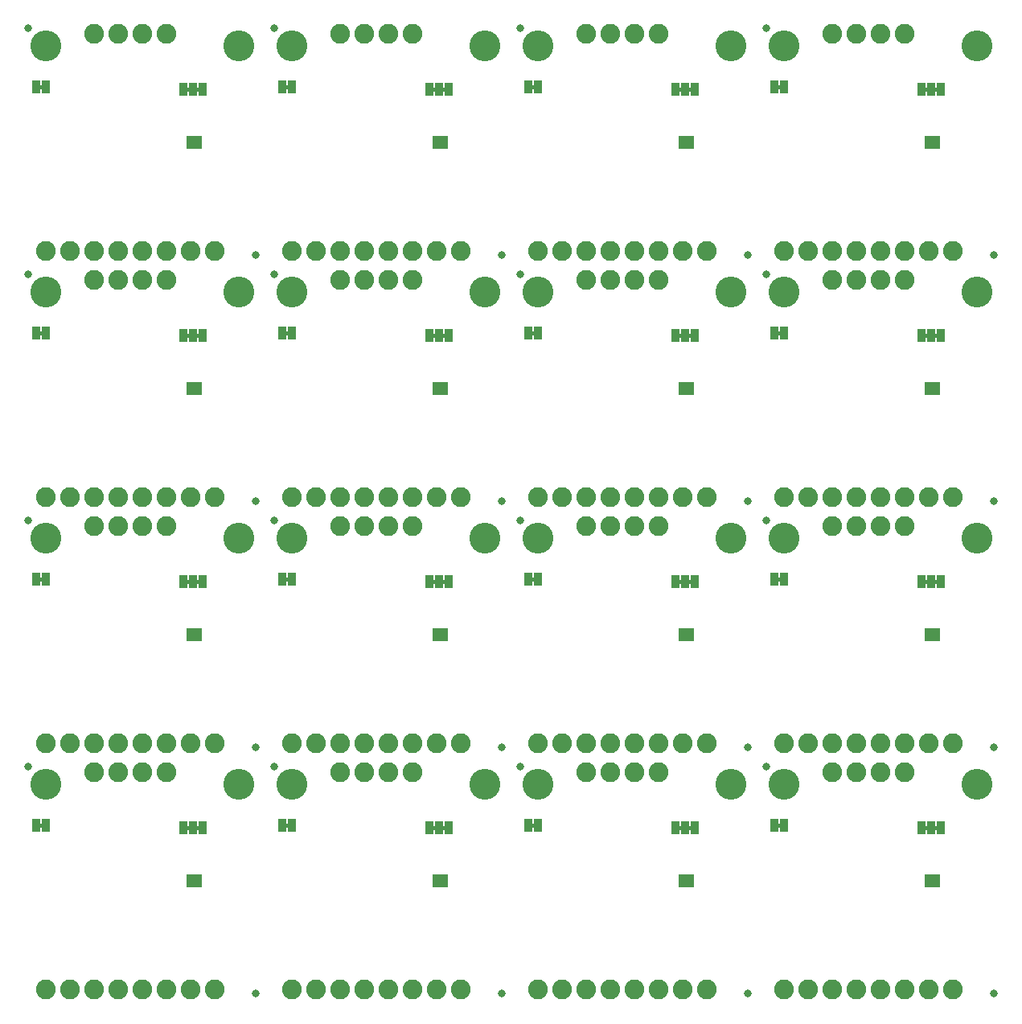
<source format=gbs>
G75*
%MOIN*%
%OFA0B0*%
%FSLAX25Y25*%
%IPPOS*%
%LPD*%
%AMOC8*
5,1,8,0,0,1.08239X$1,22.5*
%
%ADD10R,0.03300X0.05800*%
%ADD11C,0.00500*%
%ADD12C,0.08200*%
%ADD13C,0.03300*%
%ADD14C,0.12800*%
D10*
X0098450Y0078950D03*
X0101650Y0078950D03*
X0099750Y0100750D03*
X0095750Y0100750D03*
X0103750Y0100750D03*
X0136750Y0101750D03*
X0140750Y0101750D03*
X0197750Y0100750D03*
X0201750Y0100750D03*
X0205750Y0100750D03*
X0203650Y0078950D03*
X0200450Y0078950D03*
X0238750Y0101750D03*
X0242750Y0101750D03*
X0299750Y0100750D03*
X0303750Y0100750D03*
X0307750Y0100750D03*
X0305650Y0078950D03*
X0302450Y0078950D03*
X0340750Y0101750D03*
X0344750Y0101750D03*
X0401750Y0100750D03*
X0405750Y0100750D03*
X0409750Y0100750D03*
X0407650Y0078950D03*
X0404450Y0078950D03*
X0404450Y0180950D03*
X0407650Y0180950D03*
X0405750Y0202750D03*
X0401750Y0202750D03*
X0409750Y0202750D03*
X0344750Y0203750D03*
X0340750Y0203750D03*
X0307750Y0202750D03*
X0303750Y0202750D03*
X0299750Y0202750D03*
X0302450Y0180950D03*
X0305650Y0180950D03*
X0242750Y0203750D03*
X0238750Y0203750D03*
X0205750Y0202750D03*
X0201750Y0202750D03*
X0197750Y0202750D03*
X0200450Y0180950D03*
X0203650Y0180950D03*
X0140750Y0203750D03*
X0136750Y0203750D03*
X0103750Y0202750D03*
X0099750Y0202750D03*
X0095750Y0202750D03*
X0098450Y0180950D03*
X0101650Y0180950D03*
X0038750Y0203750D03*
X0034750Y0203750D03*
X0098450Y0282950D03*
X0101650Y0282950D03*
X0099750Y0304750D03*
X0095750Y0304750D03*
X0103750Y0304750D03*
X0136750Y0305750D03*
X0140750Y0305750D03*
X0197750Y0304750D03*
X0201750Y0304750D03*
X0205750Y0304750D03*
X0203650Y0282950D03*
X0200450Y0282950D03*
X0238750Y0305750D03*
X0242750Y0305750D03*
X0299750Y0304750D03*
X0303750Y0304750D03*
X0307750Y0304750D03*
X0305650Y0282950D03*
X0302450Y0282950D03*
X0340750Y0305750D03*
X0344750Y0305750D03*
X0401750Y0304750D03*
X0405750Y0304750D03*
X0409750Y0304750D03*
X0407650Y0282950D03*
X0404450Y0282950D03*
X0404450Y0384950D03*
X0407650Y0384950D03*
X0405750Y0406750D03*
X0401750Y0406750D03*
X0409750Y0406750D03*
X0344750Y0407750D03*
X0340750Y0407750D03*
X0307750Y0406750D03*
X0303750Y0406750D03*
X0299750Y0406750D03*
X0302450Y0384950D03*
X0305650Y0384950D03*
X0242750Y0407750D03*
X0238750Y0407750D03*
X0205750Y0406750D03*
X0201750Y0406750D03*
X0197750Y0406750D03*
X0200450Y0384950D03*
X0203650Y0384950D03*
X0140750Y0407750D03*
X0136750Y0407750D03*
X0103750Y0406750D03*
X0099750Y0406750D03*
X0095750Y0406750D03*
X0098450Y0384950D03*
X0101650Y0384950D03*
X0038750Y0407750D03*
X0034750Y0407750D03*
X0034750Y0305750D03*
X0038750Y0305750D03*
X0038750Y0101750D03*
X0034750Y0101750D03*
D11*
X0036000Y0101533D02*
X0037500Y0101533D01*
X0037500Y0101250D02*
X0037500Y0102250D01*
X0036000Y0102250D01*
X0036000Y0101250D01*
X0037500Y0101250D01*
X0037500Y0102031D02*
X0036000Y0102031D01*
X0097000Y0101250D02*
X0097000Y0100250D01*
X0102500Y0100250D01*
X0102500Y0101250D01*
X0097000Y0101250D01*
X0097000Y0101034D02*
X0102500Y0101034D01*
X0102500Y0100536D02*
X0097000Y0100536D01*
X0138000Y0101250D02*
X0138000Y0102250D01*
X0139500Y0102250D01*
X0139500Y0101250D01*
X0138000Y0101250D01*
X0138000Y0101533D02*
X0139500Y0101533D01*
X0139500Y0102031D02*
X0138000Y0102031D01*
X0199000Y0101250D02*
X0199000Y0100250D01*
X0204500Y0100250D01*
X0204500Y0101250D01*
X0199000Y0101250D01*
X0199000Y0101034D02*
X0204500Y0101034D01*
X0204500Y0100536D02*
X0199000Y0100536D01*
X0240000Y0101250D02*
X0240000Y0102250D01*
X0241500Y0102250D01*
X0241500Y0101250D01*
X0240000Y0101250D01*
X0240000Y0101533D02*
X0241500Y0101533D01*
X0241500Y0102031D02*
X0240000Y0102031D01*
X0301000Y0101250D02*
X0301000Y0100250D01*
X0306500Y0100250D01*
X0306500Y0101250D01*
X0301000Y0101250D01*
X0301000Y0101034D02*
X0306500Y0101034D01*
X0306500Y0100536D02*
X0301000Y0100536D01*
X0342000Y0101250D02*
X0342000Y0102250D01*
X0343500Y0102250D01*
X0343500Y0101250D01*
X0342000Y0101250D01*
X0342000Y0101533D02*
X0343500Y0101533D01*
X0343500Y0102031D02*
X0342000Y0102031D01*
X0403000Y0101250D02*
X0403000Y0100250D01*
X0408500Y0100250D01*
X0408500Y0101250D01*
X0403000Y0101250D01*
X0403000Y0101034D02*
X0408500Y0101034D01*
X0408500Y0100536D02*
X0403000Y0100536D01*
X0403000Y0202250D02*
X0408500Y0202250D01*
X0408500Y0203250D01*
X0403000Y0203250D01*
X0403000Y0202250D01*
X0403000Y0202730D02*
X0408500Y0202730D01*
X0408500Y0203229D02*
X0403000Y0203229D01*
X0343500Y0203250D02*
X0343500Y0204250D01*
X0342000Y0204250D01*
X0342000Y0203250D01*
X0343500Y0203250D01*
X0343500Y0203727D02*
X0342000Y0203727D01*
X0342000Y0204226D02*
X0343500Y0204226D01*
X0306500Y0203250D02*
X0306500Y0202250D01*
X0301000Y0202250D01*
X0301000Y0203250D01*
X0306500Y0203250D01*
X0306500Y0203229D02*
X0301000Y0203229D01*
X0301000Y0202730D02*
X0306500Y0202730D01*
X0241500Y0203250D02*
X0241500Y0204250D01*
X0240000Y0204250D01*
X0240000Y0203250D01*
X0241500Y0203250D01*
X0241500Y0203727D02*
X0240000Y0203727D01*
X0240000Y0204226D02*
X0241500Y0204226D01*
X0204500Y0203250D02*
X0204500Y0202250D01*
X0199000Y0202250D01*
X0199000Y0203250D01*
X0204500Y0203250D01*
X0204500Y0203229D02*
X0199000Y0203229D01*
X0199000Y0202730D02*
X0204500Y0202730D01*
X0139500Y0203250D02*
X0139500Y0204250D01*
X0138000Y0204250D01*
X0138000Y0203250D01*
X0139500Y0203250D01*
X0139500Y0203727D02*
X0138000Y0203727D01*
X0138000Y0204226D02*
X0139500Y0204226D01*
X0102500Y0203250D02*
X0102500Y0202250D01*
X0097000Y0202250D01*
X0097000Y0203250D01*
X0102500Y0203250D01*
X0102500Y0203229D02*
X0097000Y0203229D01*
X0097000Y0202730D02*
X0102500Y0202730D01*
X0037500Y0203250D02*
X0037500Y0204250D01*
X0036000Y0204250D01*
X0036000Y0203250D01*
X0037500Y0203250D01*
X0037500Y0203727D02*
X0036000Y0203727D01*
X0036000Y0204226D02*
X0037500Y0204226D01*
X0037500Y0305250D02*
X0037500Y0306250D01*
X0036000Y0306250D01*
X0036000Y0305250D01*
X0037500Y0305250D01*
X0037500Y0305424D02*
X0036000Y0305424D01*
X0036000Y0305922D02*
X0037500Y0305922D01*
X0097000Y0305250D02*
X0097000Y0304250D01*
X0102500Y0304250D01*
X0102500Y0305250D01*
X0097000Y0305250D01*
X0097000Y0304925D02*
X0102500Y0304925D01*
X0102500Y0304427D02*
X0097000Y0304427D01*
X0138000Y0305250D02*
X0138000Y0306250D01*
X0139500Y0306250D01*
X0139500Y0305250D01*
X0138000Y0305250D01*
X0138000Y0305424D02*
X0139500Y0305424D01*
X0139500Y0305922D02*
X0138000Y0305922D01*
X0199000Y0305250D02*
X0199000Y0304250D01*
X0204500Y0304250D01*
X0204500Y0305250D01*
X0199000Y0305250D01*
X0199000Y0304925D02*
X0204500Y0304925D01*
X0204500Y0304427D02*
X0199000Y0304427D01*
X0240000Y0305250D02*
X0240000Y0306250D01*
X0241500Y0306250D01*
X0241500Y0305250D01*
X0240000Y0305250D01*
X0240000Y0305424D02*
X0241500Y0305424D01*
X0241500Y0305922D02*
X0240000Y0305922D01*
X0301000Y0305250D02*
X0301000Y0304250D01*
X0306500Y0304250D01*
X0306500Y0305250D01*
X0301000Y0305250D01*
X0301000Y0304925D02*
X0306500Y0304925D01*
X0306500Y0304427D02*
X0301000Y0304427D01*
X0342000Y0305250D02*
X0342000Y0306250D01*
X0343500Y0306250D01*
X0343500Y0305250D01*
X0342000Y0305250D01*
X0342000Y0305424D02*
X0343500Y0305424D01*
X0343500Y0305922D02*
X0342000Y0305922D01*
X0403000Y0305250D02*
X0403000Y0304250D01*
X0408500Y0304250D01*
X0408500Y0305250D01*
X0403000Y0305250D01*
X0403000Y0304925D02*
X0408500Y0304925D01*
X0408500Y0304427D02*
X0403000Y0304427D01*
X0403000Y0406250D02*
X0408500Y0406250D01*
X0408500Y0407250D01*
X0403000Y0407250D01*
X0403000Y0406250D01*
X0403000Y0406622D02*
X0408500Y0406622D01*
X0408500Y0407120D02*
X0403000Y0407120D01*
X0343500Y0407250D02*
X0343500Y0408250D01*
X0342000Y0408250D01*
X0342000Y0407250D01*
X0343500Y0407250D01*
X0343500Y0407619D02*
X0342000Y0407619D01*
X0342000Y0408117D02*
X0343500Y0408117D01*
X0306500Y0407250D02*
X0306500Y0406250D01*
X0301000Y0406250D01*
X0301000Y0407250D01*
X0306500Y0407250D01*
X0306500Y0407120D02*
X0301000Y0407120D01*
X0301000Y0406622D02*
X0306500Y0406622D01*
X0241500Y0407250D02*
X0241500Y0408250D01*
X0240000Y0408250D01*
X0240000Y0407250D01*
X0241500Y0407250D01*
X0241500Y0407619D02*
X0240000Y0407619D01*
X0240000Y0408117D02*
X0241500Y0408117D01*
X0204500Y0407250D02*
X0204500Y0406250D01*
X0199000Y0406250D01*
X0199000Y0407250D01*
X0204500Y0407250D01*
X0204500Y0407120D02*
X0199000Y0407120D01*
X0199000Y0406622D02*
X0204500Y0406622D01*
X0139500Y0407250D02*
X0139500Y0408250D01*
X0138000Y0408250D01*
X0138000Y0407250D01*
X0139500Y0407250D01*
X0139500Y0407619D02*
X0138000Y0407619D01*
X0138000Y0408117D02*
X0139500Y0408117D01*
X0102500Y0407250D02*
X0102500Y0406250D01*
X0097000Y0406250D01*
X0097000Y0407250D01*
X0102500Y0407250D01*
X0102500Y0407120D02*
X0097000Y0407120D01*
X0097000Y0406622D02*
X0102500Y0406622D01*
X0037500Y0407250D02*
X0037500Y0408250D01*
X0036000Y0408250D01*
X0036000Y0407250D01*
X0037500Y0407250D01*
X0037500Y0407619D02*
X0036000Y0407619D01*
X0036000Y0408117D02*
X0037500Y0408117D01*
D12*
X0038750Y0033750D03*
X0048750Y0033750D03*
X0058750Y0033750D03*
X0068750Y0033750D03*
X0078750Y0033750D03*
X0088750Y0033750D03*
X0098750Y0033750D03*
X0108750Y0033750D03*
X0140750Y0033750D03*
X0150750Y0033750D03*
X0160750Y0033750D03*
X0170750Y0033750D03*
X0180750Y0033750D03*
X0190750Y0033750D03*
X0200750Y0033750D03*
X0210750Y0033750D03*
X0242750Y0033750D03*
X0252750Y0033750D03*
X0262750Y0033750D03*
X0272750Y0033750D03*
X0282750Y0033750D03*
X0292750Y0033750D03*
X0302750Y0033750D03*
X0312750Y0033750D03*
X0344750Y0033750D03*
X0354750Y0033750D03*
X0364750Y0033750D03*
X0374750Y0033750D03*
X0384750Y0033750D03*
X0394750Y0033750D03*
X0404750Y0033750D03*
X0414750Y0033750D03*
X0394750Y0123750D03*
X0384750Y0123750D03*
X0374750Y0123750D03*
X0364750Y0123750D03*
X0364750Y0135750D03*
X0354750Y0135750D03*
X0344750Y0135750D03*
X0374750Y0135750D03*
X0384750Y0135750D03*
X0394750Y0135750D03*
X0404750Y0135750D03*
X0414750Y0135750D03*
X0394750Y0225750D03*
X0384750Y0225750D03*
X0374750Y0225750D03*
X0364750Y0225750D03*
X0364750Y0237750D03*
X0354750Y0237750D03*
X0344750Y0237750D03*
X0374750Y0237750D03*
X0384750Y0237750D03*
X0394750Y0237750D03*
X0404750Y0237750D03*
X0414750Y0237750D03*
X0394750Y0327750D03*
X0384750Y0327750D03*
X0374750Y0327750D03*
X0364750Y0327750D03*
X0364750Y0339750D03*
X0354750Y0339750D03*
X0344750Y0339750D03*
X0374750Y0339750D03*
X0384750Y0339750D03*
X0394750Y0339750D03*
X0404750Y0339750D03*
X0414750Y0339750D03*
X0394750Y0429750D03*
X0384750Y0429750D03*
X0374750Y0429750D03*
X0364750Y0429750D03*
X0292750Y0429750D03*
X0282750Y0429750D03*
X0272750Y0429750D03*
X0262750Y0429750D03*
X0190750Y0429750D03*
X0180750Y0429750D03*
X0170750Y0429750D03*
X0160750Y0429750D03*
X0088750Y0429750D03*
X0078750Y0429750D03*
X0068750Y0429750D03*
X0058750Y0429750D03*
X0058750Y0339750D03*
X0048750Y0339750D03*
X0038750Y0339750D03*
X0058750Y0327750D03*
X0068750Y0327750D03*
X0078750Y0327750D03*
X0088750Y0327750D03*
X0088750Y0339750D03*
X0078750Y0339750D03*
X0068750Y0339750D03*
X0098750Y0339750D03*
X0108750Y0339750D03*
X0140750Y0339750D03*
X0150750Y0339750D03*
X0160750Y0339750D03*
X0170750Y0339750D03*
X0180750Y0339750D03*
X0190750Y0339750D03*
X0200750Y0339750D03*
X0210750Y0339750D03*
X0190750Y0327750D03*
X0180750Y0327750D03*
X0170750Y0327750D03*
X0160750Y0327750D03*
X0242750Y0339750D03*
X0252750Y0339750D03*
X0262750Y0339750D03*
X0272750Y0339750D03*
X0282750Y0339750D03*
X0292750Y0339750D03*
X0302750Y0339750D03*
X0312750Y0339750D03*
X0292750Y0327750D03*
X0282750Y0327750D03*
X0272750Y0327750D03*
X0262750Y0327750D03*
X0262750Y0237750D03*
X0252750Y0237750D03*
X0242750Y0237750D03*
X0262750Y0225750D03*
X0272750Y0225750D03*
X0282750Y0225750D03*
X0292750Y0225750D03*
X0292750Y0237750D03*
X0282750Y0237750D03*
X0272750Y0237750D03*
X0302750Y0237750D03*
X0312750Y0237750D03*
X0210750Y0237750D03*
X0200750Y0237750D03*
X0190750Y0237750D03*
X0180750Y0237750D03*
X0170750Y0237750D03*
X0160750Y0237750D03*
X0150750Y0237750D03*
X0140750Y0237750D03*
X0160750Y0225750D03*
X0170750Y0225750D03*
X0180750Y0225750D03*
X0190750Y0225750D03*
X0108750Y0237750D03*
X0098750Y0237750D03*
X0088750Y0237750D03*
X0078750Y0237750D03*
X0068750Y0237750D03*
X0058750Y0237750D03*
X0048750Y0237750D03*
X0038750Y0237750D03*
X0058750Y0225750D03*
X0068750Y0225750D03*
X0078750Y0225750D03*
X0088750Y0225750D03*
X0088750Y0135750D03*
X0078750Y0135750D03*
X0068750Y0135750D03*
X0058750Y0135750D03*
X0048750Y0135750D03*
X0038750Y0135750D03*
X0058750Y0123750D03*
X0068750Y0123750D03*
X0078750Y0123750D03*
X0088750Y0123750D03*
X0098750Y0135750D03*
X0108750Y0135750D03*
X0140750Y0135750D03*
X0150750Y0135750D03*
X0160750Y0135750D03*
X0170750Y0135750D03*
X0180750Y0135750D03*
X0190750Y0135750D03*
X0200750Y0135750D03*
X0210750Y0135750D03*
X0190750Y0123750D03*
X0180750Y0123750D03*
X0170750Y0123750D03*
X0160750Y0123750D03*
X0242750Y0135750D03*
X0252750Y0135750D03*
X0262750Y0135750D03*
X0272750Y0135750D03*
X0282750Y0135750D03*
X0292750Y0135750D03*
X0302750Y0135750D03*
X0312750Y0135750D03*
X0292750Y0123750D03*
X0282750Y0123750D03*
X0272750Y0123750D03*
X0262750Y0123750D03*
D13*
X0235350Y0126250D03*
X0227550Y0134150D03*
X0133350Y0126250D03*
X0125550Y0134150D03*
X0031350Y0126250D03*
X0125550Y0032150D03*
X0227550Y0032150D03*
X0329550Y0032150D03*
X0337350Y0126250D03*
X0329550Y0134150D03*
X0337350Y0228250D03*
X0329550Y0236150D03*
X0235350Y0228250D03*
X0227550Y0236150D03*
X0133350Y0228250D03*
X0125550Y0236150D03*
X0031350Y0228250D03*
X0031350Y0330250D03*
X0125550Y0338150D03*
X0133350Y0330250D03*
X0227550Y0338150D03*
X0235350Y0330250D03*
X0329550Y0338150D03*
X0337350Y0330250D03*
X0431550Y0338150D03*
X0337350Y0432250D03*
X0235350Y0432250D03*
X0133350Y0432250D03*
X0031350Y0432250D03*
X0431550Y0236150D03*
X0431550Y0134150D03*
X0431550Y0032150D03*
D14*
X0424750Y0118750D03*
X0344750Y0118750D03*
X0322750Y0118750D03*
X0242750Y0118750D03*
X0220750Y0118750D03*
X0140750Y0118750D03*
X0118750Y0118750D03*
X0038750Y0118750D03*
X0038750Y0220750D03*
X0118750Y0220750D03*
X0140750Y0220750D03*
X0220750Y0220750D03*
X0242750Y0220750D03*
X0322750Y0220750D03*
X0344750Y0220750D03*
X0424750Y0220750D03*
X0424750Y0322750D03*
X0344750Y0322750D03*
X0322750Y0322750D03*
X0242750Y0322750D03*
X0220750Y0322750D03*
X0140750Y0322750D03*
X0118750Y0322750D03*
X0038750Y0322750D03*
X0038750Y0424750D03*
X0118750Y0424750D03*
X0140750Y0424750D03*
X0220750Y0424750D03*
X0242750Y0424750D03*
X0322750Y0424750D03*
X0344750Y0424750D03*
X0424750Y0424750D03*
M02*

</source>
